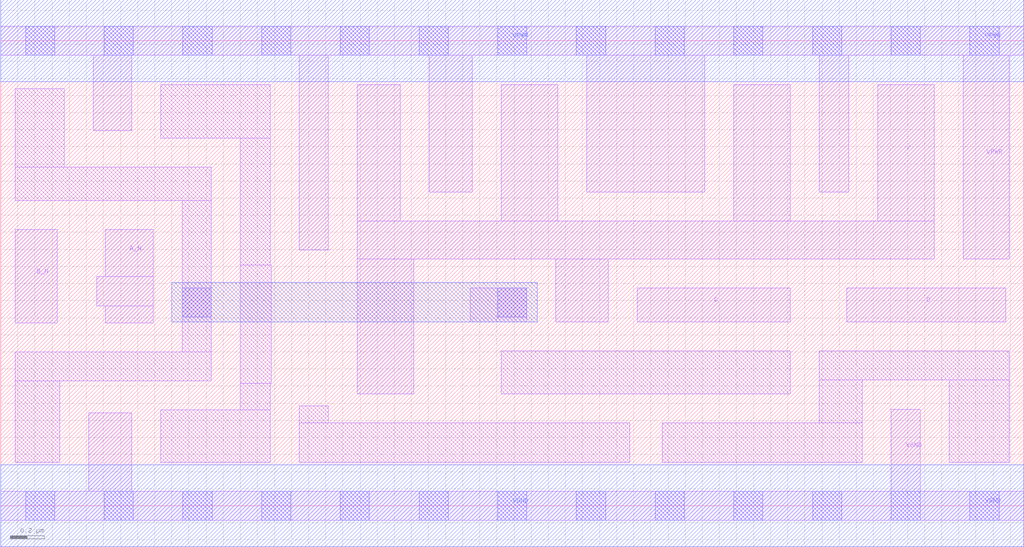
<source format=lef>
# Copyright 2020 The SkyWater PDK Authors
#
# Licensed under the Apache License, Version 2.0 (the "License");
# you may not use this file except in compliance with the License.
# You may obtain a copy of the License at
#
#     https://www.apache.org/licenses/LICENSE-2.0
#
# Unless required by applicable law or agreed to in writing, software
# distributed under the License is distributed on an "AS IS" BASIS,
# WITHOUT WARRANTIES OR CONDITIONS OF ANY KIND, either express or implied.
# See the License for the specific language governing permissions and
# limitations under the License.
#
# SPDX-License-Identifier: Apache-2.0

VERSION 5.7 ;
  NAMESCASESENSITIVE ON ;
  NOWIREEXTENSIONATPIN ON ;
  DIVIDERCHAR "/" ;
  BUSBITCHARS "[]" ;
UNITS
  DATABASE MICRONS 200 ;
END UNITS
MACRO sky130_fd_sc_hd__nand4bb_2
  CLASS CORE ;
  SOURCE USER ;
  FOREIGN sky130_fd_sc_hd__nand4bb_2 ;
  ORIGIN  0.000000  0.000000 ;
  SIZE  5.980000 BY  2.720000 ;
  SYMMETRY X Y R90 ;
  SITE unithd ;
  PIN A_N
    ANTENNAGATEAREA  0.126000 ;
    DIRECTION INPUT ;
    USE SIGNAL ;
    PORT
      LAYER li1 ;
        RECT 0.560000 1.170000 0.890000 1.340000 ;
        RECT 0.610000 1.070000 0.890000 1.170000 ;
        RECT 0.610000 1.340000 0.890000 1.615000 ;
    END
  END A_N
  PIN B_N
    ANTENNAGATEAREA  0.126000 ;
    DIRECTION INPUT ;
    USE SIGNAL ;
    PORT
      LAYER li1 ;
        RECT 0.085000 1.070000 0.330000 1.615000 ;
    END
  END B_N
  PIN C
    ANTENNAGATEAREA  0.495000 ;
    DIRECTION INPUT ;
    USE SIGNAL ;
    PORT
      LAYER li1 ;
        RECT 3.720000 1.075000 4.615000 1.275000 ;
    END
  END C
  PIN D
    ANTENNAGATEAREA  0.495000 ;
    DIRECTION INPUT ;
    USE SIGNAL ;
    PORT
      LAYER li1 ;
        RECT 4.945000 1.075000 5.875000 1.275000 ;
    END
  END D
  PIN Y
    ANTENNADIFFAREA  1.255500 ;
    DIRECTION OUTPUT ;
    USE SIGNAL ;
    PORT
      LAYER li1 ;
        RECT 2.085000 0.655000 2.415000 1.445000 ;
        RECT 2.085000 1.445000 5.455000 1.665000 ;
        RECT 2.085000 1.665000 2.335000 2.465000 ;
        RECT 2.925000 1.665000 3.255000 2.465000 ;
        RECT 3.245000 1.075000 3.550000 1.445000 ;
        RECT 4.285000 1.665000 4.615000 2.465000 ;
        RECT 5.125000 1.665000 5.455000 2.465000 ;
    END
  END Y
  PIN VGND
    DIRECTION INOUT ;
    SHAPE ABUTMENT ;
    USE GROUND ;
    PORT
      LAYER li1 ;
        RECT 0.000000 -0.085000 5.980000 0.085000 ;
        RECT 0.515000  0.085000 0.765000 0.545000 ;
        RECT 5.205000  0.085000 5.375000 0.565000 ;
      LAYER mcon ;
        RECT 0.145000 -0.085000 0.315000 0.085000 ;
        RECT 0.605000 -0.085000 0.775000 0.085000 ;
        RECT 1.065000 -0.085000 1.235000 0.085000 ;
        RECT 1.525000 -0.085000 1.695000 0.085000 ;
        RECT 1.985000 -0.085000 2.155000 0.085000 ;
        RECT 2.445000 -0.085000 2.615000 0.085000 ;
        RECT 2.905000 -0.085000 3.075000 0.085000 ;
        RECT 3.365000 -0.085000 3.535000 0.085000 ;
        RECT 3.825000 -0.085000 3.995000 0.085000 ;
        RECT 4.285000 -0.085000 4.455000 0.085000 ;
        RECT 4.745000 -0.085000 4.915000 0.085000 ;
        RECT 5.205000 -0.085000 5.375000 0.085000 ;
        RECT 5.665000 -0.085000 5.835000 0.085000 ;
      LAYER met1 ;
        RECT 0.000000 -0.240000 5.980000 0.240000 ;
    END
  END VGND
  PIN VPWR
    DIRECTION INOUT ;
    SHAPE ABUTMENT ;
    USE POWER ;
    PORT
      LAYER li1 ;
        RECT 0.000000 2.635000 5.980000 2.805000 ;
        RECT 0.540000 2.195000 0.765000 2.635000 ;
        RECT 1.745000 1.495000 1.915000 2.635000 ;
        RECT 2.505000 1.835000 2.755000 2.635000 ;
        RECT 3.425000 1.835000 4.115000 2.635000 ;
        RECT 4.785000 1.835000 4.955000 2.635000 ;
        RECT 5.625000 1.445000 5.895000 2.635000 ;
      LAYER mcon ;
        RECT 0.145000 2.635000 0.315000 2.805000 ;
        RECT 0.605000 2.635000 0.775000 2.805000 ;
        RECT 1.065000 2.635000 1.235000 2.805000 ;
        RECT 1.525000 2.635000 1.695000 2.805000 ;
        RECT 1.985000 2.635000 2.155000 2.805000 ;
        RECT 2.445000 2.635000 2.615000 2.805000 ;
        RECT 2.905000 2.635000 3.075000 2.805000 ;
        RECT 3.365000 2.635000 3.535000 2.805000 ;
        RECT 3.825000 2.635000 3.995000 2.805000 ;
        RECT 4.285000 2.635000 4.455000 2.805000 ;
        RECT 4.745000 2.635000 4.915000 2.805000 ;
        RECT 5.205000 2.635000 5.375000 2.805000 ;
        RECT 5.665000 2.635000 5.835000 2.805000 ;
      LAYER met1 ;
        RECT 0.000000 2.480000 5.980000 2.960000 ;
    END
  END VPWR
  OBS
    LAYER li1 ;
      RECT 0.085000 0.255000 0.345000 0.730000 ;
      RECT 0.085000 0.730000 1.230000 0.900000 ;
      RECT 0.085000 1.785000 1.230000 1.980000 ;
      RECT 0.085000 1.980000 0.370000 2.440000 ;
      RECT 0.935000 0.255000 1.575000 0.560000 ;
      RECT 0.935000 2.150000 1.575000 2.465000 ;
      RECT 1.060000 0.900000 1.230000 1.785000 ;
      RECT 1.400000 0.560000 1.575000 0.715000 ;
      RECT 1.400000 0.715000 1.580000 1.410000 ;
      RECT 1.400000 1.410000 1.575000 2.150000 ;
      RECT 1.745000 0.255000 3.675000 0.485000 ;
      RECT 1.745000 0.485000 1.915000 0.585000 ;
      RECT 2.745000 1.075000 3.075000 1.275000 ;
      RECT 2.925000 0.655000 4.615000 0.905000 ;
      RECT 3.865000 0.255000 5.035000 0.485000 ;
      RECT 4.785000 0.485000 5.035000 0.735000 ;
      RECT 4.785000 0.735000 5.895000 0.905000 ;
      RECT 5.545000 0.255000 5.895000 0.735000 ;
    LAYER mcon ;
      RECT 1.060000 1.105000 1.230000 1.275000 ;
      RECT 2.905000 1.105000 3.075000 1.275000 ;
    LAYER met1 ;
      RECT 1.000000 1.075000 3.135000 1.305000 ;
  END
END sky130_fd_sc_hd__nand4bb_2
END LIBRARY

</source>
